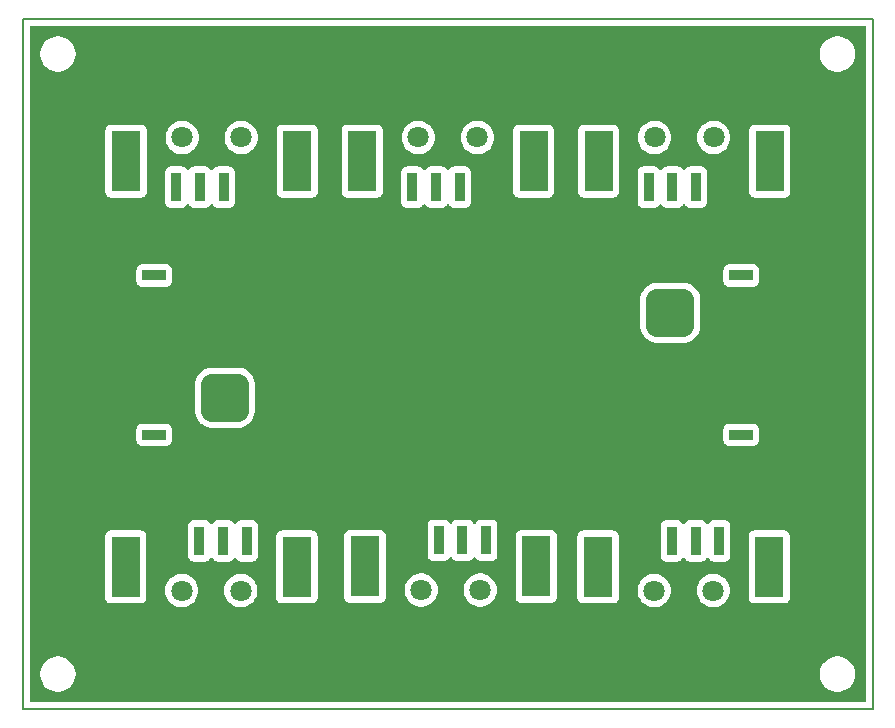
<source format=gbr>
%TF.GenerationSoftware,KiCad,Pcbnew,8.0.6*%
%TF.CreationDate,2025-05-08T15:46:12-04:00*%
%TF.ProjectId,5VConnectorBoard,3556436f-6e6e-4656-9374-6f72426f6172,rev?*%
%TF.SameCoordinates,Original*%
%TF.FileFunction,Copper,L1,Top*%
%TF.FilePolarity,Positive*%
%FSLAX46Y46*%
G04 Gerber Fmt 4.6, Leading zero omitted, Abs format (unit mm)*
G04 Created by KiCad (PCBNEW 8.0.6) date 2025-05-08 15:46:12*
%MOMM*%
%LPD*%
G01*
G04 APERTURE LIST*
G04 Aperture macros list*
%AMRoundRect*
0 Rectangle with rounded corners*
0 $1 Rounding radius*
0 $2 $3 $4 $5 $6 $7 $8 $9 X,Y pos of 4 corners*
0 Add a 4 corners polygon primitive as box body*
4,1,4,$2,$3,$4,$5,$6,$7,$8,$9,$2,$3,0*
0 Add four circle primitives for the rounded corners*
1,1,$1+$1,$2,$3*
1,1,$1+$1,$4,$5*
1,1,$1+$1,$6,$7*
1,1,$1+$1,$8,$9*
0 Add four rect primitives between the rounded corners*
20,1,$1+$1,$2,$3,$4,$5,0*
20,1,$1+$1,$4,$5,$6,$7,0*
20,1,$1+$1,$6,$7,$8,$9,0*
20,1,$1+$1,$8,$9,$2,$3,0*%
G04 Aperture macros list end*
%TA.AperFunction,NonConductor*%
%ADD10C,0.200000*%
%TD*%
%TA.AperFunction,ComponentPad*%
%ADD11R,2.000000X0.900000*%
%TD*%
%TA.AperFunction,ComponentPad*%
%ADD12RoundRect,1.025000X-1.025000X1.025000X-1.025000X-1.025000X1.025000X-1.025000X1.025000X1.025000X0*%
%TD*%
%TA.AperFunction,ComponentPad*%
%ADD13C,4.100000*%
%TD*%
%TA.AperFunction,SMDPad,CuDef*%
%ADD14R,0.889000X2.489200*%
%TD*%
%TA.AperFunction,ComponentPad*%
%ADD15C,1.803400*%
%TD*%
%TA.AperFunction,SMDPad,CuDef*%
%ADD16R,2.489200X5.156200*%
%TD*%
%TA.AperFunction,ComponentPad*%
%ADD17RoundRect,1.025000X1.025000X-1.025000X1.025000X1.025000X-1.025000X1.025000X-1.025000X-1.025000X0*%
%TD*%
%TA.AperFunction,ViaPad*%
%ADD18C,0.800000*%
%TD*%
G04 APERTURE END LIST*
D10*
X98000000Y-63000000D02*
X170000000Y-63000000D01*
X170000000Y-121500000D01*
X98000000Y-121500000D01*
X98000000Y-63000000D01*
D11*
%TO.P,J2,*%
%TO.N,*%
X158850000Y-84750000D03*
X158850000Y-98250000D03*
D12*
%TO.P,J2,1,+*%
%TO.N,GND*%
X152850000Y-87900000D03*
D13*
%TO.P,J2,2,-*%
%TO.N,VCC*%
X152850000Y-95100000D03*
%TD*%
D14*
%TO.P,U5,1,1*%
%TO.N,VCC*%
X131250003Y-107186407D03*
%TO.P,U5,2,2*%
%TO.N,unconnected-(U5-Pad2)*%
X133250002Y-107186407D03*
%TO.P,U5,3,3*%
%TO.N,unconnected-(U5-Pad3)*%
X135250003Y-107186407D03*
%TO.P,U5,4,4*%
%TO.N,GND*%
X137250001Y-107186407D03*
D15*
%TO.P,U5,5*%
%TO.N,N/C*%
X131750002Y-111386406D03*
%TO.P,U5,6*%
X136750002Y-111386406D03*
D16*
%TO.P,U5,7*%
X127000004Y-109379799D03*
%TO.P,U5,8*%
X141500000Y-109379799D03*
%TD*%
D14*
%TO.P,U1,1,1*%
%TO.N,VCC*%
X117017399Y-77270101D03*
%TO.P,U1,2,2*%
%TO.N,unconnected-(U1-Pad2)*%
X115017400Y-77270101D03*
%TO.P,U1,3,3*%
%TO.N,unconnected-(U1-Pad3)*%
X113017399Y-77270101D03*
%TO.P,U1,4,4*%
%TO.N,GND*%
X111017401Y-77270101D03*
D15*
%TO.P,U1,5*%
%TO.N,N/C*%
X116517400Y-73070102D03*
%TO.P,U1,6*%
X111517400Y-73070102D03*
D16*
%TO.P,U1,7*%
X121267398Y-75076709D03*
%TO.P,U1,8*%
X106767402Y-75076709D03*
%TD*%
D14*
%TO.P,U3,1,1*%
%TO.N,VCC*%
X157017399Y-77270101D03*
%TO.P,U3,2,2*%
%TO.N,unconnected-(U3-Pad2)*%
X155017400Y-77270101D03*
%TO.P,U3,3,3*%
%TO.N,unconnected-(U3-Pad3)*%
X153017399Y-77270101D03*
%TO.P,U3,4,4*%
%TO.N,GND*%
X151017401Y-77270101D03*
D15*
%TO.P,U3,5*%
%TO.N,N/C*%
X156517400Y-73070102D03*
%TO.P,U3,6*%
X151517400Y-73070102D03*
D16*
%TO.P,U3,7*%
X161267398Y-75076709D03*
%TO.P,U3,8*%
X146767402Y-75076709D03*
%TD*%
D14*
%TO.P,U6,1,1*%
%TO.N,VCC*%
X150982601Y-107229900D03*
%TO.P,U6,2,2*%
%TO.N,unconnected-(U6-Pad2)*%
X152982600Y-107229900D03*
%TO.P,U6,3,3*%
%TO.N,unconnected-(U6-Pad3)*%
X154982601Y-107229900D03*
%TO.P,U6,4,4*%
%TO.N,GND*%
X156982599Y-107229900D03*
D15*
%TO.P,U6,5*%
%TO.N,N/C*%
X151482600Y-111429899D03*
%TO.P,U6,6*%
X156482600Y-111429899D03*
D16*
%TO.P,U6,7*%
X146732602Y-109423292D03*
%TO.P,U6,8*%
X161232598Y-109423292D03*
%TD*%
D11*
%TO.P,J1,*%
%TO.N,*%
X109150000Y-98250000D03*
X109150000Y-84750000D03*
D17*
%TO.P,J1,1,+*%
%TO.N,GND*%
X115150000Y-95100000D03*
D13*
%TO.P,J1,2,-*%
%TO.N,VCC*%
X115150000Y-87900000D03*
%TD*%
D14*
%TO.P,U4,1,1*%
%TO.N,VCC*%
X110982601Y-107229900D03*
%TO.P,U4,2,2*%
%TO.N,unconnected-(U4-Pad2)*%
X112982600Y-107229900D03*
%TO.P,U4,3,3*%
%TO.N,unconnected-(U4-Pad3)*%
X114982601Y-107229900D03*
%TO.P,U4,4,4*%
%TO.N,GND*%
X116982599Y-107229900D03*
D15*
%TO.P,U4,5*%
%TO.N,N/C*%
X111482600Y-111429899D03*
%TO.P,U4,6*%
X116482600Y-111429899D03*
D16*
%TO.P,U4,7*%
X106732602Y-109423292D03*
%TO.P,U4,8*%
X121232598Y-109423292D03*
%TD*%
D14*
%TO.P,U2,1,1*%
%TO.N,VCC*%
X137017399Y-77270101D03*
%TO.P,U2,2,2*%
%TO.N,unconnected-(U2-Pad2)*%
X135017400Y-77270101D03*
%TO.P,U2,3,3*%
%TO.N,unconnected-(U2-Pad3)*%
X133017399Y-77270101D03*
%TO.P,U2,4,4*%
%TO.N,GND*%
X131017401Y-77270101D03*
D15*
%TO.P,U2,5*%
%TO.N,N/C*%
X136517400Y-73070102D03*
%TO.P,U2,6*%
X131517400Y-73070102D03*
D16*
%TO.P,U2,7*%
X141267398Y-75076709D03*
%TO.P,U2,8*%
X126767402Y-75076709D03*
%TD*%
D18*
%TO.N,GND*%
X151017401Y-77270101D03*
X137250001Y-107186407D03*
X116982599Y-107229900D03*
X111017401Y-77270101D03*
X156982599Y-107229900D03*
X131017401Y-77270101D03*
%TD*%
%TA.AperFunction,Conductor*%
%TO.N,VCC*%
G36*
X169342539Y-63620185D02*
G01*
X169388294Y-63672989D01*
X169399500Y-63724500D01*
X169399500Y-120775500D01*
X169379815Y-120842539D01*
X169327011Y-120888294D01*
X169275500Y-120899500D01*
X98724500Y-120899500D01*
X98657461Y-120879815D01*
X98611706Y-120827011D01*
X98600500Y-120775500D01*
X98600500Y-118381902D01*
X99499500Y-118381902D01*
X99499500Y-118618097D01*
X99536446Y-118851368D01*
X99609433Y-119075996D01*
X99716657Y-119286433D01*
X99855483Y-119477510D01*
X100022490Y-119644517D01*
X100213567Y-119783343D01*
X100312991Y-119834002D01*
X100424003Y-119890566D01*
X100424005Y-119890566D01*
X100424008Y-119890568D01*
X100544412Y-119929689D01*
X100648631Y-119963553D01*
X100881903Y-120000500D01*
X100881908Y-120000500D01*
X101118097Y-120000500D01*
X101351368Y-119963553D01*
X101575992Y-119890568D01*
X101786433Y-119783343D01*
X101977510Y-119644517D01*
X102144517Y-119477510D01*
X102283343Y-119286433D01*
X102390568Y-119075992D01*
X102463553Y-118851368D01*
X102500500Y-118618097D01*
X102500500Y-118381902D01*
X165499500Y-118381902D01*
X165499500Y-118618097D01*
X165536446Y-118851368D01*
X165609433Y-119075996D01*
X165716657Y-119286433D01*
X165855483Y-119477510D01*
X166022490Y-119644517D01*
X166213567Y-119783343D01*
X166312991Y-119834002D01*
X166424003Y-119890566D01*
X166424005Y-119890566D01*
X166424008Y-119890568D01*
X166544412Y-119929689D01*
X166648631Y-119963553D01*
X166881903Y-120000500D01*
X166881908Y-120000500D01*
X167118097Y-120000500D01*
X167351368Y-119963553D01*
X167575992Y-119890568D01*
X167786433Y-119783343D01*
X167977510Y-119644517D01*
X168144517Y-119477510D01*
X168283343Y-119286433D01*
X168390568Y-119075992D01*
X168463553Y-118851368D01*
X168500500Y-118618097D01*
X168500500Y-118381902D01*
X168463553Y-118148631D01*
X168390566Y-117924003D01*
X168283342Y-117713566D01*
X168144517Y-117522490D01*
X167977510Y-117355483D01*
X167786433Y-117216657D01*
X167575996Y-117109433D01*
X167351368Y-117036446D01*
X167118097Y-116999500D01*
X167118092Y-116999500D01*
X166881908Y-116999500D01*
X166881903Y-116999500D01*
X166648631Y-117036446D01*
X166424003Y-117109433D01*
X166213566Y-117216657D01*
X166104550Y-117295862D01*
X166022490Y-117355483D01*
X166022488Y-117355485D01*
X166022487Y-117355485D01*
X165855485Y-117522487D01*
X165855485Y-117522488D01*
X165855483Y-117522490D01*
X165795862Y-117604550D01*
X165716657Y-117713566D01*
X165609433Y-117924003D01*
X165536446Y-118148631D01*
X165499500Y-118381902D01*
X102500500Y-118381902D01*
X102463553Y-118148631D01*
X102390566Y-117924003D01*
X102283342Y-117713566D01*
X102144517Y-117522490D01*
X101977510Y-117355483D01*
X101786433Y-117216657D01*
X101575996Y-117109433D01*
X101351368Y-117036446D01*
X101118097Y-116999500D01*
X101118092Y-116999500D01*
X100881908Y-116999500D01*
X100881903Y-116999500D01*
X100648631Y-117036446D01*
X100424003Y-117109433D01*
X100213566Y-117216657D01*
X100104550Y-117295862D01*
X100022490Y-117355483D01*
X100022488Y-117355485D01*
X100022487Y-117355485D01*
X99855485Y-117522487D01*
X99855485Y-117522488D01*
X99855483Y-117522490D01*
X99795862Y-117604550D01*
X99716657Y-117713566D01*
X99609433Y-117924003D01*
X99536446Y-118148631D01*
X99499500Y-118381902D01*
X98600500Y-118381902D01*
X98600500Y-106797327D01*
X104987502Y-106797327D01*
X104987502Y-112049262D01*
X104987503Y-112049268D01*
X104993910Y-112108875D01*
X105044204Y-112243720D01*
X105044208Y-112243727D01*
X105130454Y-112358936D01*
X105130457Y-112358939D01*
X105245666Y-112445185D01*
X105245673Y-112445189D01*
X105380519Y-112495483D01*
X105380518Y-112495483D01*
X105387446Y-112496227D01*
X105440129Y-112501892D01*
X108025074Y-112501891D01*
X108084685Y-112495483D01*
X108219533Y-112445188D01*
X108334748Y-112358938D01*
X108420998Y-112243723D01*
X108471293Y-112108875D01*
X108477702Y-112049265D01*
X108477702Y-111429893D01*
X110075594Y-111429893D01*
X110075594Y-111429904D01*
X110094783Y-111661481D01*
X110151829Y-111886753D01*
X110245175Y-112099561D01*
X110343857Y-112250604D01*
X110372275Y-112294100D01*
X110529661Y-112465067D01*
X110529664Y-112465069D01*
X110529667Y-112465072D01*
X110713032Y-112607791D01*
X110713038Y-112607795D01*
X110713041Y-112607797D01*
X110917412Y-112718398D01*
X111137200Y-112793851D01*
X111366410Y-112832099D01*
X111598790Y-112832099D01*
X111828000Y-112793851D01*
X112047788Y-112718398D01*
X112252159Y-112607797D01*
X112435539Y-112465067D01*
X112592925Y-112294100D01*
X112720025Y-112099560D01*
X112813371Y-111886753D01*
X112870416Y-111661485D01*
X112889606Y-111429899D01*
X112889606Y-111429893D01*
X115075594Y-111429893D01*
X115075594Y-111429904D01*
X115094783Y-111661481D01*
X115151829Y-111886753D01*
X115245175Y-112099561D01*
X115343857Y-112250604D01*
X115372275Y-112294100D01*
X115529661Y-112465067D01*
X115529664Y-112465069D01*
X115529667Y-112465072D01*
X115713032Y-112607791D01*
X115713038Y-112607795D01*
X115713041Y-112607797D01*
X115917412Y-112718398D01*
X116137200Y-112793851D01*
X116366410Y-112832099D01*
X116598790Y-112832099D01*
X116828000Y-112793851D01*
X117047788Y-112718398D01*
X117252159Y-112607797D01*
X117435539Y-112465067D01*
X117592925Y-112294100D01*
X117720025Y-112099560D01*
X117813371Y-111886753D01*
X117870416Y-111661485D01*
X117889606Y-111429899D01*
X117886002Y-111386411D01*
X117870416Y-111198316D01*
X117870416Y-111198313D01*
X117813371Y-110973045D01*
X117720025Y-110760238D01*
X117691609Y-110716745D01*
X117592926Y-110565700D01*
X117592925Y-110565698D01*
X117435539Y-110394731D01*
X117435534Y-110394727D01*
X117435532Y-110394725D01*
X117252167Y-110252006D01*
X117252161Y-110252002D01*
X117047788Y-110141400D01*
X117047780Y-110141397D01*
X116828002Y-110065947D01*
X116598790Y-110027699D01*
X116366410Y-110027699D01*
X116137197Y-110065947D01*
X115917419Y-110141397D01*
X115917411Y-110141400D01*
X115713038Y-110252002D01*
X115713032Y-110252006D01*
X115529667Y-110394725D01*
X115529664Y-110394728D01*
X115372276Y-110565696D01*
X115372273Y-110565700D01*
X115245175Y-110760236D01*
X115151829Y-110973044D01*
X115094783Y-111198316D01*
X115075594Y-111429893D01*
X112889606Y-111429893D01*
X112886002Y-111386411D01*
X112870416Y-111198316D01*
X112870416Y-111198313D01*
X112813371Y-110973045D01*
X112720025Y-110760238D01*
X112691609Y-110716745D01*
X112592926Y-110565700D01*
X112592925Y-110565698D01*
X112435539Y-110394731D01*
X112435534Y-110394727D01*
X112435532Y-110394725D01*
X112252167Y-110252006D01*
X112252161Y-110252002D01*
X112047788Y-110141400D01*
X112047780Y-110141397D01*
X111828002Y-110065947D01*
X111598790Y-110027699D01*
X111366410Y-110027699D01*
X111137197Y-110065947D01*
X110917419Y-110141397D01*
X110917411Y-110141400D01*
X110713038Y-110252002D01*
X110713032Y-110252006D01*
X110529667Y-110394725D01*
X110529664Y-110394728D01*
X110372276Y-110565696D01*
X110372273Y-110565700D01*
X110245175Y-110760236D01*
X110151829Y-110973044D01*
X110094783Y-111198316D01*
X110075594Y-111429893D01*
X108477702Y-111429893D01*
X108477701Y-106797320D01*
X108471293Y-106737709D01*
X108455071Y-106694216D01*
X108420999Y-106602863D01*
X108420995Y-106602856D01*
X108334749Y-106487647D01*
X108334746Y-106487644D01*
X108219537Y-106401398D01*
X108219530Y-106401394D01*
X108084684Y-106351100D01*
X108084685Y-106351100D01*
X108025085Y-106344693D01*
X108025083Y-106344692D01*
X108025075Y-106344692D01*
X108025066Y-106344692D01*
X105440131Y-106344692D01*
X105440125Y-106344693D01*
X105380518Y-106351100D01*
X105245673Y-106401394D01*
X105245666Y-106401398D01*
X105130457Y-106487644D01*
X105130454Y-106487647D01*
X105044208Y-106602856D01*
X105044204Y-106602863D01*
X104993910Y-106737709D01*
X104992177Y-106753834D01*
X104987503Y-106797315D01*
X104987502Y-106797327D01*
X98600500Y-106797327D01*
X98600500Y-105937435D01*
X112037600Y-105937435D01*
X112037600Y-108522370D01*
X112037601Y-108522376D01*
X112044008Y-108581983D01*
X112094302Y-108716828D01*
X112094306Y-108716835D01*
X112180552Y-108832044D01*
X112180555Y-108832047D01*
X112295764Y-108918293D01*
X112295771Y-108918297D01*
X112430617Y-108968591D01*
X112430616Y-108968591D01*
X112437544Y-108969335D01*
X112490227Y-108975000D01*
X113474972Y-108974999D01*
X113534583Y-108968591D01*
X113669431Y-108918296D01*
X113784646Y-108832046D01*
X113870896Y-108716831D01*
X113870896Y-108716828D01*
X113873766Y-108711575D01*
X113923170Y-108662168D01*
X113991442Y-108647314D01*
X114056907Y-108671728D01*
X114091431Y-108711568D01*
X114094307Y-108716835D01*
X114180553Y-108832044D01*
X114180556Y-108832047D01*
X114295765Y-108918293D01*
X114295772Y-108918297D01*
X114430618Y-108968591D01*
X114430617Y-108968591D01*
X114437545Y-108969335D01*
X114490228Y-108975000D01*
X115474973Y-108974999D01*
X115534584Y-108968591D01*
X115669432Y-108918296D01*
X115784647Y-108832046D01*
X115827772Y-108774438D01*
X115870896Y-108716833D01*
X115873768Y-108711574D01*
X115923174Y-108662169D01*
X115991447Y-108647317D01*
X116056911Y-108671734D01*
X116091432Y-108711574D01*
X116094303Y-108716833D01*
X116180551Y-108832044D01*
X116180554Y-108832047D01*
X116295763Y-108918293D01*
X116295770Y-108918297D01*
X116430616Y-108968591D01*
X116430615Y-108968591D01*
X116437543Y-108969335D01*
X116490226Y-108975000D01*
X117474971Y-108974999D01*
X117534582Y-108968591D01*
X117669430Y-108918296D01*
X117784645Y-108832046D01*
X117870895Y-108716831D01*
X117921190Y-108581983D01*
X117927599Y-108522373D01*
X117927598Y-106797327D01*
X119487498Y-106797327D01*
X119487498Y-112049262D01*
X119487499Y-112049268D01*
X119493906Y-112108875D01*
X119544200Y-112243720D01*
X119544204Y-112243727D01*
X119630450Y-112358936D01*
X119630453Y-112358939D01*
X119745662Y-112445185D01*
X119745669Y-112445189D01*
X119880515Y-112495483D01*
X119880514Y-112495483D01*
X119887442Y-112496227D01*
X119940125Y-112501892D01*
X122525070Y-112501891D01*
X122584681Y-112495483D01*
X122719529Y-112445188D01*
X122834744Y-112358938D01*
X122920994Y-112243723D01*
X122971289Y-112108875D01*
X122977698Y-112049265D01*
X122977697Y-106797320D01*
X122973022Y-106753834D01*
X125254904Y-106753834D01*
X125254904Y-112005769D01*
X125254905Y-112005775D01*
X125261312Y-112065382D01*
X125311606Y-112200227D01*
X125311610Y-112200234D01*
X125397856Y-112315443D01*
X125397859Y-112315446D01*
X125513068Y-112401692D01*
X125513075Y-112401696D01*
X125647921Y-112451990D01*
X125647920Y-112451990D01*
X125654848Y-112452734D01*
X125707531Y-112458399D01*
X128292476Y-112458398D01*
X128352087Y-112451990D01*
X128486935Y-112401695D01*
X128602150Y-112315445D01*
X128688400Y-112200230D01*
X128738695Y-112065382D01*
X128745104Y-112005772D01*
X128745104Y-111386400D01*
X130342996Y-111386400D01*
X130342996Y-111386411D01*
X130362185Y-111617988D01*
X130419231Y-111843260D01*
X130512577Y-112056068D01*
X130635177Y-112243720D01*
X130639677Y-112250607D01*
X130797063Y-112421574D01*
X130797066Y-112421576D01*
X130797069Y-112421579D01*
X130980434Y-112564298D01*
X130980440Y-112564302D01*
X130980443Y-112564304D01*
X131184814Y-112674905D01*
X131404602Y-112750358D01*
X131633812Y-112788606D01*
X131866192Y-112788606D01*
X132095402Y-112750358D01*
X132315190Y-112674905D01*
X132519561Y-112564304D01*
X132702941Y-112421574D01*
X132860327Y-112250607D01*
X132987427Y-112056067D01*
X133080773Y-111843260D01*
X133137818Y-111617992D01*
X133157008Y-111386406D01*
X133157008Y-111386400D01*
X135342996Y-111386400D01*
X135342996Y-111386411D01*
X135362185Y-111617988D01*
X135419231Y-111843260D01*
X135512577Y-112056068D01*
X135635177Y-112243720D01*
X135639677Y-112250607D01*
X135797063Y-112421574D01*
X135797066Y-112421576D01*
X135797069Y-112421579D01*
X135980434Y-112564298D01*
X135980440Y-112564302D01*
X135980443Y-112564304D01*
X136184814Y-112674905D01*
X136404602Y-112750358D01*
X136633812Y-112788606D01*
X136866192Y-112788606D01*
X137095402Y-112750358D01*
X137315190Y-112674905D01*
X137519561Y-112564304D01*
X137702941Y-112421574D01*
X137860327Y-112250607D01*
X137987427Y-112056067D01*
X138080773Y-111843260D01*
X138137818Y-111617992D01*
X138157008Y-111386406D01*
X138137818Y-111154820D01*
X138080773Y-110929552D01*
X137987427Y-110716745D01*
X137860327Y-110522205D01*
X137702941Y-110351238D01*
X137702936Y-110351234D01*
X137702934Y-110351232D01*
X137519569Y-110208513D01*
X137519563Y-110208509D01*
X137315190Y-110097907D01*
X137315182Y-110097904D01*
X137095404Y-110022454D01*
X136866192Y-109984206D01*
X136633812Y-109984206D01*
X136404599Y-110022454D01*
X136184821Y-110097904D01*
X136184813Y-110097907D01*
X135980440Y-110208509D01*
X135980434Y-110208513D01*
X135797069Y-110351232D01*
X135797066Y-110351235D01*
X135639678Y-110522203D01*
X135639675Y-110522207D01*
X135512577Y-110716743D01*
X135419231Y-110929551D01*
X135362185Y-111154823D01*
X135342996Y-111386400D01*
X133157008Y-111386400D01*
X133137818Y-111154820D01*
X133080773Y-110929552D01*
X132987427Y-110716745D01*
X132860327Y-110522205D01*
X132702941Y-110351238D01*
X132702936Y-110351234D01*
X132702934Y-110351232D01*
X132519569Y-110208513D01*
X132519563Y-110208509D01*
X132315190Y-110097907D01*
X132315182Y-110097904D01*
X132095404Y-110022454D01*
X131866192Y-109984206D01*
X131633812Y-109984206D01*
X131404599Y-110022454D01*
X131184821Y-110097904D01*
X131184813Y-110097907D01*
X130980440Y-110208509D01*
X130980434Y-110208513D01*
X130797069Y-110351232D01*
X130797066Y-110351235D01*
X130639678Y-110522203D01*
X130639675Y-110522207D01*
X130512577Y-110716743D01*
X130419231Y-110929551D01*
X130362185Y-111154823D01*
X130342996Y-111386400D01*
X128745104Y-111386400D01*
X128745103Y-106753827D01*
X128738695Y-106694216D01*
X128688400Y-106559368D01*
X128688399Y-106559367D01*
X128688397Y-106559363D01*
X128602151Y-106444154D01*
X128602148Y-106444151D01*
X128486939Y-106357905D01*
X128486932Y-106357901D01*
X128352086Y-106307607D01*
X128352087Y-106307607D01*
X128292487Y-106301200D01*
X128292485Y-106301199D01*
X128292477Y-106301199D01*
X128292468Y-106301199D01*
X125707533Y-106301199D01*
X125707527Y-106301200D01*
X125647920Y-106307607D01*
X125513075Y-106357901D01*
X125513068Y-106357905D01*
X125397859Y-106444151D01*
X125397856Y-106444154D01*
X125311610Y-106559363D01*
X125311606Y-106559370D01*
X125261312Y-106694216D01*
X125254905Y-106753815D01*
X125254905Y-106753822D01*
X125254904Y-106753834D01*
X122973022Y-106753834D01*
X122971289Y-106737709D01*
X122955067Y-106694216D01*
X122920995Y-106602863D01*
X122920991Y-106602856D01*
X122834745Y-106487647D01*
X122834742Y-106487644D01*
X122719533Y-106401398D01*
X122719526Y-106401394D01*
X122584680Y-106351100D01*
X122584681Y-106351100D01*
X122525081Y-106344693D01*
X122525079Y-106344692D01*
X122525071Y-106344692D01*
X122525062Y-106344692D01*
X119940127Y-106344692D01*
X119940121Y-106344693D01*
X119880514Y-106351100D01*
X119745669Y-106401394D01*
X119745662Y-106401398D01*
X119630453Y-106487644D01*
X119630450Y-106487647D01*
X119544204Y-106602856D01*
X119544200Y-106602863D01*
X119493906Y-106737709D01*
X119492173Y-106753834D01*
X119487499Y-106797315D01*
X119487498Y-106797327D01*
X117927598Y-106797327D01*
X117927598Y-105937428D01*
X117922923Y-105893942D01*
X132305002Y-105893942D01*
X132305002Y-108478877D01*
X132305003Y-108478883D01*
X132311410Y-108538490D01*
X132361704Y-108673335D01*
X132361708Y-108673342D01*
X132447954Y-108788551D01*
X132447957Y-108788554D01*
X132563166Y-108874800D01*
X132563173Y-108874804D01*
X132698019Y-108925098D01*
X132698018Y-108925098D01*
X132704946Y-108925842D01*
X132757629Y-108931507D01*
X133742374Y-108931506D01*
X133801985Y-108925098D01*
X133936833Y-108874803D01*
X134052048Y-108788553D01*
X134138298Y-108673338D01*
X134138298Y-108673335D01*
X134141168Y-108668082D01*
X134190572Y-108618675D01*
X134258844Y-108603821D01*
X134324309Y-108628235D01*
X134358833Y-108668075D01*
X134361709Y-108673342D01*
X134447955Y-108788551D01*
X134447958Y-108788554D01*
X134563167Y-108874800D01*
X134563174Y-108874804D01*
X134698020Y-108925098D01*
X134698019Y-108925098D01*
X134704947Y-108925842D01*
X134757630Y-108931507D01*
X135742375Y-108931506D01*
X135801986Y-108925098D01*
X135936834Y-108874803D01*
X136052049Y-108788553D01*
X136109680Y-108711568D01*
X136138298Y-108673340D01*
X136141170Y-108668081D01*
X136190576Y-108618676D01*
X136258849Y-108603824D01*
X136324313Y-108628241D01*
X136358834Y-108668081D01*
X136361705Y-108673340D01*
X136447953Y-108788551D01*
X136447956Y-108788554D01*
X136563165Y-108874800D01*
X136563172Y-108874804D01*
X136698018Y-108925098D01*
X136698017Y-108925098D01*
X136704945Y-108925842D01*
X136757628Y-108931507D01*
X137742373Y-108931506D01*
X137801984Y-108925098D01*
X137936832Y-108874803D01*
X138052047Y-108788553D01*
X138138297Y-108673338D01*
X138188592Y-108538490D01*
X138195001Y-108478880D01*
X138195000Y-106753834D01*
X139754900Y-106753834D01*
X139754900Y-112005769D01*
X139754901Y-112005775D01*
X139761308Y-112065382D01*
X139811602Y-112200227D01*
X139811606Y-112200234D01*
X139897852Y-112315443D01*
X139897855Y-112315446D01*
X140013064Y-112401692D01*
X140013071Y-112401696D01*
X140147917Y-112451990D01*
X140147916Y-112451990D01*
X140154844Y-112452734D01*
X140207527Y-112458399D01*
X142792472Y-112458398D01*
X142852083Y-112451990D01*
X142986931Y-112401695D01*
X143102146Y-112315445D01*
X143188396Y-112200230D01*
X143238691Y-112065382D01*
X143245100Y-112005772D01*
X143245099Y-106797327D01*
X144987502Y-106797327D01*
X144987502Y-112049262D01*
X144987503Y-112049268D01*
X144993910Y-112108875D01*
X145044204Y-112243720D01*
X145044208Y-112243727D01*
X145130454Y-112358936D01*
X145130457Y-112358939D01*
X145245666Y-112445185D01*
X145245673Y-112445189D01*
X145380519Y-112495483D01*
X145380518Y-112495483D01*
X145387446Y-112496227D01*
X145440129Y-112501892D01*
X148025074Y-112501891D01*
X148084685Y-112495483D01*
X148219533Y-112445188D01*
X148334748Y-112358938D01*
X148420998Y-112243723D01*
X148471293Y-112108875D01*
X148477702Y-112049265D01*
X148477702Y-111429893D01*
X150075594Y-111429893D01*
X150075594Y-111429904D01*
X150094783Y-111661481D01*
X150151829Y-111886753D01*
X150245175Y-112099561D01*
X150343857Y-112250604D01*
X150372275Y-112294100D01*
X150529661Y-112465067D01*
X150529664Y-112465069D01*
X150529667Y-112465072D01*
X150713032Y-112607791D01*
X150713038Y-112607795D01*
X150713041Y-112607797D01*
X150917412Y-112718398D01*
X151137200Y-112793851D01*
X151366410Y-112832099D01*
X151598790Y-112832099D01*
X151828000Y-112793851D01*
X152047788Y-112718398D01*
X152252159Y-112607797D01*
X152435539Y-112465067D01*
X152592925Y-112294100D01*
X152720025Y-112099560D01*
X152813371Y-111886753D01*
X152870416Y-111661485D01*
X152889606Y-111429899D01*
X152889606Y-111429893D01*
X155075594Y-111429893D01*
X155075594Y-111429904D01*
X155094783Y-111661481D01*
X155151829Y-111886753D01*
X155245175Y-112099561D01*
X155343857Y-112250604D01*
X155372275Y-112294100D01*
X155529661Y-112465067D01*
X155529664Y-112465069D01*
X155529667Y-112465072D01*
X155713032Y-112607791D01*
X155713038Y-112607795D01*
X155713041Y-112607797D01*
X155917412Y-112718398D01*
X156137200Y-112793851D01*
X156366410Y-112832099D01*
X156598790Y-112832099D01*
X156828000Y-112793851D01*
X157047788Y-112718398D01*
X157252159Y-112607797D01*
X157435539Y-112465067D01*
X157592925Y-112294100D01*
X157720025Y-112099560D01*
X157813371Y-111886753D01*
X157870416Y-111661485D01*
X157889606Y-111429899D01*
X157886002Y-111386411D01*
X157870416Y-111198316D01*
X157870416Y-111198313D01*
X157813371Y-110973045D01*
X157720025Y-110760238D01*
X157691609Y-110716745D01*
X157592926Y-110565700D01*
X157592925Y-110565698D01*
X157435539Y-110394731D01*
X157435534Y-110394727D01*
X157435532Y-110394725D01*
X157252167Y-110252006D01*
X157252161Y-110252002D01*
X157047788Y-110141400D01*
X157047780Y-110141397D01*
X156828002Y-110065947D01*
X156598790Y-110027699D01*
X156366410Y-110027699D01*
X156137197Y-110065947D01*
X155917419Y-110141397D01*
X155917411Y-110141400D01*
X155713038Y-110252002D01*
X155713032Y-110252006D01*
X155529667Y-110394725D01*
X155529664Y-110394728D01*
X155372276Y-110565696D01*
X155372273Y-110565700D01*
X155245175Y-110760236D01*
X155151829Y-110973044D01*
X155094783Y-111198316D01*
X155075594Y-111429893D01*
X152889606Y-111429893D01*
X152886002Y-111386411D01*
X152870416Y-111198316D01*
X152870416Y-111198313D01*
X152813371Y-110973045D01*
X152720025Y-110760238D01*
X152691609Y-110716745D01*
X152592926Y-110565700D01*
X152592925Y-110565698D01*
X152435539Y-110394731D01*
X152435534Y-110394727D01*
X152435532Y-110394725D01*
X152252167Y-110252006D01*
X152252161Y-110252002D01*
X152047788Y-110141400D01*
X152047780Y-110141397D01*
X151828002Y-110065947D01*
X151598790Y-110027699D01*
X151366410Y-110027699D01*
X151137197Y-110065947D01*
X150917419Y-110141397D01*
X150917411Y-110141400D01*
X150713038Y-110252002D01*
X150713032Y-110252006D01*
X150529667Y-110394725D01*
X150529664Y-110394728D01*
X150372276Y-110565696D01*
X150372273Y-110565700D01*
X150245175Y-110760236D01*
X150151829Y-110973044D01*
X150094783Y-111198316D01*
X150075594Y-111429893D01*
X148477702Y-111429893D01*
X148477701Y-106797320D01*
X148471293Y-106737709D01*
X148455071Y-106694216D01*
X148420999Y-106602863D01*
X148420995Y-106602856D01*
X148334749Y-106487647D01*
X148334746Y-106487644D01*
X148219537Y-106401398D01*
X148219530Y-106401394D01*
X148084684Y-106351100D01*
X148084685Y-106351100D01*
X148025085Y-106344693D01*
X148025083Y-106344692D01*
X148025075Y-106344692D01*
X148025066Y-106344692D01*
X145440131Y-106344692D01*
X145440125Y-106344693D01*
X145380518Y-106351100D01*
X145245673Y-106401394D01*
X145245666Y-106401398D01*
X145130457Y-106487644D01*
X145130454Y-106487647D01*
X145044208Y-106602856D01*
X145044204Y-106602863D01*
X144993910Y-106737709D01*
X144992177Y-106753834D01*
X144987503Y-106797315D01*
X144987502Y-106797327D01*
X143245099Y-106797327D01*
X143245099Y-106753827D01*
X143238691Y-106694216D01*
X143188396Y-106559368D01*
X143188395Y-106559367D01*
X143188393Y-106559363D01*
X143102147Y-106444154D01*
X143102144Y-106444151D01*
X142986935Y-106357905D01*
X142986928Y-106357901D01*
X142852082Y-106307607D01*
X142852083Y-106307607D01*
X142792483Y-106301200D01*
X142792481Y-106301199D01*
X142792473Y-106301199D01*
X142792464Y-106301199D01*
X140207529Y-106301199D01*
X140207523Y-106301200D01*
X140147916Y-106307607D01*
X140013071Y-106357901D01*
X140013064Y-106357905D01*
X139897855Y-106444151D01*
X139897852Y-106444154D01*
X139811606Y-106559363D01*
X139811602Y-106559370D01*
X139761308Y-106694216D01*
X139754901Y-106753815D01*
X139754901Y-106753822D01*
X139754900Y-106753834D01*
X138195000Y-106753834D01*
X138195000Y-105937435D01*
X152037600Y-105937435D01*
X152037600Y-108522370D01*
X152037601Y-108522376D01*
X152044008Y-108581983D01*
X152094302Y-108716828D01*
X152094306Y-108716835D01*
X152180552Y-108832044D01*
X152180555Y-108832047D01*
X152295764Y-108918293D01*
X152295771Y-108918297D01*
X152430617Y-108968591D01*
X152430616Y-108968591D01*
X152437544Y-108969335D01*
X152490227Y-108975000D01*
X153474972Y-108974999D01*
X153534583Y-108968591D01*
X153669431Y-108918296D01*
X153784646Y-108832046D01*
X153870896Y-108716831D01*
X153870896Y-108716828D01*
X153873766Y-108711575D01*
X153923170Y-108662168D01*
X153991442Y-108647314D01*
X154056907Y-108671728D01*
X154091431Y-108711568D01*
X154094307Y-108716835D01*
X154180553Y-108832044D01*
X154180556Y-108832047D01*
X154295765Y-108918293D01*
X154295772Y-108918297D01*
X154430618Y-108968591D01*
X154430617Y-108968591D01*
X154437545Y-108969335D01*
X154490228Y-108975000D01*
X155474973Y-108974999D01*
X155534584Y-108968591D01*
X155669432Y-108918296D01*
X155784647Y-108832046D01*
X155827772Y-108774438D01*
X155870896Y-108716833D01*
X155873768Y-108711574D01*
X155923174Y-108662169D01*
X155991447Y-108647317D01*
X156056911Y-108671734D01*
X156091432Y-108711574D01*
X156094303Y-108716833D01*
X156180551Y-108832044D01*
X156180554Y-108832047D01*
X156295763Y-108918293D01*
X156295770Y-108918297D01*
X156430616Y-108968591D01*
X156430615Y-108968591D01*
X156437543Y-108969335D01*
X156490226Y-108975000D01*
X157474971Y-108974999D01*
X157534582Y-108968591D01*
X157669430Y-108918296D01*
X157784645Y-108832046D01*
X157870895Y-108716831D01*
X157921190Y-108581983D01*
X157927599Y-108522373D01*
X157927598Y-106797327D01*
X159487498Y-106797327D01*
X159487498Y-112049262D01*
X159487499Y-112049268D01*
X159493906Y-112108875D01*
X159544200Y-112243720D01*
X159544204Y-112243727D01*
X159630450Y-112358936D01*
X159630453Y-112358939D01*
X159745662Y-112445185D01*
X159745669Y-112445189D01*
X159880515Y-112495483D01*
X159880514Y-112495483D01*
X159887442Y-112496227D01*
X159940125Y-112501892D01*
X162525070Y-112501891D01*
X162584681Y-112495483D01*
X162719529Y-112445188D01*
X162834744Y-112358938D01*
X162920994Y-112243723D01*
X162971289Y-112108875D01*
X162977698Y-112049265D01*
X162977697Y-106797320D01*
X162971289Y-106737709D01*
X162955067Y-106694216D01*
X162920995Y-106602863D01*
X162920991Y-106602856D01*
X162834745Y-106487647D01*
X162834742Y-106487644D01*
X162719533Y-106401398D01*
X162719526Y-106401394D01*
X162584680Y-106351100D01*
X162584681Y-106351100D01*
X162525081Y-106344693D01*
X162525079Y-106344692D01*
X162525071Y-106344692D01*
X162525062Y-106344692D01*
X159940127Y-106344692D01*
X159940121Y-106344693D01*
X159880514Y-106351100D01*
X159745669Y-106401394D01*
X159745662Y-106401398D01*
X159630453Y-106487644D01*
X159630450Y-106487647D01*
X159544204Y-106602856D01*
X159544200Y-106602863D01*
X159493906Y-106737709D01*
X159492173Y-106753834D01*
X159487499Y-106797315D01*
X159487498Y-106797327D01*
X157927598Y-106797327D01*
X157927598Y-105937428D01*
X157921190Y-105877817D01*
X157904968Y-105834324D01*
X157870896Y-105742971D01*
X157870892Y-105742964D01*
X157784646Y-105627755D01*
X157784643Y-105627752D01*
X157669434Y-105541506D01*
X157669427Y-105541502D01*
X157534581Y-105491208D01*
X157534582Y-105491208D01*
X157474982Y-105484801D01*
X157474980Y-105484800D01*
X157474972Y-105484800D01*
X157474963Y-105484800D01*
X156490228Y-105484800D01*
X156490222Y-105484801D01*
X156430615Y-105491208D01*
X156295770Y-105541502D01*
X156295763Y-105541506D01*
X156180554Y-105627752D01*
X156180551Y-105627755D01*
X156094303Y-105742967D01*
X156091430Y-105748229D01*
X156042023Y-105797632D01*
X155973749Y-105812482D01*
X155908286Y-105788062D01*
X155873770Y-105748229D01*
X155870896Y-105742967D01*
X155784648Y-105627755D01*
X155784645Y-105627752D01*
X155669436Y-105541506D01*
X155669429Y-105541502D01*
X155534583Y-105491208D01*
X155534584Y-105491208D01*
X155474984Y-105484801D01*
X155474982Y-105484800D01*
X155474974Y-105484800D01*
X155474965Y-105484800D01*
X154490230Y-105484800D01*
X154490224Y-105484801D01*
X154430617Y-105491208D01*
X154295772Y-105541502D01*
X154295765Y-105541506D01*
X154180556Y-105627752D01*
X154180553Y-105627755D01*
X154094304Y-105742967D01*
X154091429Y-105748234D01*
X154042021Y-105797637D01*
X153973747Y-105812485D01*
X153908284Y-105788064D01*
X153873768Y-105748228D01*
X153870894Y-105742966D01*
X153784647Y-105627755D01*
X153784644Y-105627752D01*
X153669435Y-105541506D01*
X153669428Y-105541502D01*
X153534582Y-105491208D01*
X153534583Y-105491208D01*
X153474983Y-105484801D01*
X153474981Y-105484800D01*
X153474973Y-105484800D01*
X153474964Y-105484800D01*
X152490229Y-105484800D01*
X152490223Y-105484801D01*
X152430616Y-105491208D01*
X152295771Y-105541502D01*
X152295764Y-105541506D01*
X152180555Y-105627752D01*
X152180552Y-105627755D01*
X152094306Y-105742964D01*
X152094302Y-105742971D01*
X152044008Y-105877817D01*
X152042275Y-105893942D01*
X152037601Y-105937423D01*
X152037600Y-105937435D01*
X138195000Y-105937435D01*
X138195000Y-105893935D01*
X138188592Y-105834324D01*
X138180445Y-105812482D01*
X138138298Y-105699478D01*
X138138294Y-105699471D01*
X138052048Y-105584262D01*
X138052045Y-105584259D01*
X137936836Y-105498013D01*
X137936829Y-105498009D01*
X137801983Y-105447715D01*
X137801984Y-105447715D01*
X137742384Y-105441308D01*
X137742382Y-105441307D01*
X137742374Y-105441307D01*
X137742365Y-105441307D01*
X136757630Y-105441307D01*
X136757624Y-105441308D01*
X136698017Y-105447715D01*
X136563172Y-105498009D01*
X136563165Y-105498013D01*
X136447956Y-105584259D01*
X136447953Y-105584262D01*
X136361705Y-105699474D01*
X136358832Y-105704736D01*
X136309425Y-105754139D01*
X136241151Y-105768989D01*
X136175688Y-105744569D01*
X136141172Y-105704736D01*
X136138298Y-105699474D01*
X136052050Y-105584262D01*
X136052047Y-105584259D01*
X135936838Y-105498013D01*
X135936831Y-105498009D01*
X135801985Y-105447715D01*
X135801986Y-105447715D01*
X135742386Y-105441308D01*
X135742384Y-105441307D01*
X135742376Y-105441307D01*
X135742367Y-105441307D01*
X134757632Y-105441307D01*
X134757626Y-105441308D01*
X134698019Y-105447715D01*
X134563174Y-105498009D01*
X134563167Y-105498013D01*
X134447958Y-105584259D01*
X134447955Y-105584262D01*
X134361706Y-105699474D01*
X134358831Y-105704741D01*
X134309423Y-105754144D01*
X134241149Y-105768992D01*
X134175686Y-105744571D01*
X134141170Y-105704735D01*
X134138296Y-105699473D01*
X134052049Y-105584262D01*
X134052046Y-105584259D01*
X133936837Y-105498013D01*
X133936830Y-105498009D01*
X133801984Y-105447715D01*
X133801985Y-105447715D01*
X133742385Y-105441308D01*
X133742383Y-105441307D01*
X133742375Y-105441307D01*
X133742366Y-105441307D01*
X132757631Y-105441307D01*
X132757625Y-105441308D01*
X132698018Y-105447715D01*
X132563173Y-105498009D01*
X132563166Y-105498013D01*
X132447957Y-105584259D01*
X132447954Y-105584262D01*
X132361708Y-105699471D01*
X132361704Y-105699478D01*
X132311410Y-105834324D01*
X132305003Y-105893923D01*
X132305003Y-105893930D01*
X132305002Y-105893942D01*
X117922923Y-105893942D01*
X117921190Y-105877817D01*
X117904968Y-105834324D01*
X117870896Y-105742971D01*
X117870892Y-105742964D01*
X117784646Y-105627755D01*
X117784643Y-105627752D01*
X117669434Y-105541506D01*
X117669427Y-105541502D01*
X117534581Y-105491208D01*
X117534582Y-105491208D01*
X117474982Y-105484801D01*
X117474980Y-105484800D01*
X117474972Y-105484800D01*
X117474963Y-105484800D01*
X116490228Y-105484800D01*
X116490222Y-105484801D01*
X116430615Y-105491208D01*
X116295770Y-105541502D01*
X116295763Y-105541506D01*
X116180554Y-105627752D01*
X116180551Y-105627755D01*
X116094303Y-105742967D01*
X116091430Y-105748229D01*
X116042023Y-105797632D01*
X115973749Y-105812482D01*
X115908286Y-105788062D01*
X115873770Y-105748229D01*
X115870896Y-105742967D01*
X115784648Y-105627755D01*
X115784645Y-105627752D01*
X115669436Y-105541506D01*
X115669429Y-105541502D01*
X115534583Y-105491208D01*
X115534584Y-105491208D01*
X115474984Y-105484801D01*
X115474982Y-105484800D01*
X115474974Y-105484800D01*
X115474965Y-105484800D01*
X114490230Y-105484800D01*
X114490224Y-105484801D01*
X114430617Y-105491208D01*
X114295772Y-105541502D01*
X114295765Y-105541506D01*
X114180556Y-105627752D01*
X114180553Y-105627755D01*
X114094304Y-105742967D01*
X114091429Y-105748234D01*
X114042021Y-105797637D01*
X113973747Y-105812485D01*
X113908284Y-105788064D01*
X113873768Y-105748228D01*
X113870894Y-105742966D01*
X113784647Y-105627755D01*
X113784644Y-105627752D01*
X113669435Y-105541506D01*
X113669428Y-105541502D01*
X113534582Y-105491208D01*
X113534583Y-105491208D01*
X113474983Y-105484801D01*
X113474981Y-105484800D01*
X113474973Y-105484800D01*
X113474964Y-105484800D01*
X112490229Y-105484800D01*
X112490223Y-105484801D01*
X112430616Y-105491208D01*
X112295771Y-105541502D01*
X112295764Y-105541506D01*
X112180555Y-105627752D01*
X112180552Y-105627755D01*
X112094306Y-105742964D01*
X112094302Y-105742971D01*
X112044008Y-105877817D01*
X112042275Y-105893942D01*
X112037601Y-105937423D01*
X112037600Y-105937435D01*
X98600500Y-105937435D01*
X98600500Y-97752135D01*
X107649500Y-97752135D01*
X107649500Y-98747870D01*
X107649501Y-98747876D01*
X107655908Y-98807483D01*
X107706202Y-98942328D01*
X107706206Y-98942335D01*
X107792452Y-99057544D01*
X107792455Y-99057547D01*
X107907664Y-99143793D01*
X107907671Y-99143797D01*
X108042517Y-99194091D01*
X108042516Y-99194091D01*
X108049444Y-99194835D01*
X108102127Y-99200500D01*
X110197872Y-99200499D01*
X110257483Y-99194091D01*
X110392331Y-99143796D01*
X110507546Y-99057546D01*
X110593796Y-98942331D01*
X110644091Y-98807483D01*
X110650500Y-98747873D01*
X110650499Y-97752135D01*
X157349500Y-97752135D01*
X157349500Y-98747870D01*
X157349501Y-98747876D01*
X157355908Y-98807483D01*
X157406202Y-98942328D01*
X157406206Y-98942335D01*
X157492452Y-99057544D01*
X157492455Y-99057547D01*
X157607664Y-99143793D01*
X157607671Y-99143797D01*
X157742517Y-99194091D01*
X157742516Y-99194091D01*
X157749444Y-99194835D01*
X157802127Y-99200500D01*
X159897872Y-99200499D01*
X159957483Y-99194091D01*
X160092331Y-99143796D01*
X160207546Y-99057546D01*
X160293796Y-98942331D01*
X160344091Y-98807483D01*
X160350500Y-98747873D01*
X160350499Y-97752128D01*
X160344091Y-97692517D01*
X160328419Y-97650499D01*
X160293797Y-97557671D01*
X160293793Y-97557664D01*
X160207547Y-97442455D01*
X160207544Y-97442452D01*
X160092335Y-97356206D01*
X160092328Y-97356202D01*
X159957482Y-97305908D01*
X159957483Y-97305908D01*
X159897883Y-97299501D01*
X159897881Y-97299500D01*
X159897873Y-97299500D01*
X159897864Y-97299500D01*
X157802129Y-97299500D01*
X157802123Y-97299501D01*
X157742516Y-97305908D01*
X157607671Y-97356202D01*
X157607664Y-97356206D01*
X157492455Y-97442452D01*
X157492452Y-97442455D01*
X157406206Y-97557664D01*
X157406202Y-97557671D01*
X157355908Y-97692517D01*
X157349501Y-97752116D01*
X157349501Y-97752123D01*
X157349500Y-97752135D01*
X110650499Y-97752135D01*
X110650499Y-97752128D01*
X110644091Y-97692517D01*
X110628419Y-97650499D01*
X110593797Y-97557671D01*
X110593793Y-97557664D01*
X110507547Y-97442455D01*
X110507544Y-97442452D01*
X110392335Y-97356206D01*
X110392328Y-97356202D01*
X110257482Y-97305908D01*
X110257483Y-97305908D01*
X110197883Y-97299501D01*
X110197881Y-97299500D01*
X110197873Y-97299500D01*
X110197864Y-97299500D01*
X108102129Y-97299500D01*
X108102123Y-97299501D01*
X108042516Y-97305908D01*
X107907671Y-97356202D01*
X107907664Y-97356206D01*
X107792455Y-97442452D01*
X107792452Y-97442455D01*
X107706206Y-97557664D01*
X107706202Y-97557671D01*
X107655908Y-97692517D01*
X107649501Y-97752116D01*
X107649501Y-97752123D01*
X107649500Y-97752135D01*
X98600500Y-97752135D01*
X98600500Y-94004702D01*
X112599500Y-94004702D01*
X112599500Y-96195292D01*
X112599501Y-96195298D01*
X112609718Y-96340027D01*
X112609718Y-96340031D01*
X112609719Y-96340034D01*
X112609720Y-96340038D01*
X112663834Y-96580314D01*
X112663835Y-96580319D01*
X112755795Y-96808809D01*
X112883216Y-97019589D01*
X112883219Y-97019592D01*
X113042798Y-97207201D01*
X113151309Y-97299500D01*
X113230411Y-97366784D01*
X113441191Y-97494205D01*
X113669683Y-97586165D01*
X113909966Y-97640281D01*
X114054705Y-97650500D01*
X116245294Y-97650499D01*
X116390034Y-97640281D01*
X116630317Y-97586165D01*
X116858809Y-97494205D01*
X117069589Y-97366784D01*
X117257201Y-97207201D01*
X117416784Y-97019589D01*
X117544205Y-96808809D01*
X117636165Y-96580317D01*
X117690281Y-96340034D01*
X117700500Y-96195295D01*
X117700499Y-94004706D01*
X117690281Y-93859966D01*
X117636165Y-93619683D01*
X117544205Y-93391191D01*
X117416784Y-93180411D01*
X117350930Y-93102990D01*
X117257201Y-92992798D01*
X117127654Y-92882606D01*
X117069589Y-92833216D01*
X116858809Y-92705795D01*
X116630318Y-92613835D01*
X116390036Y-92559719D01*
X116390029Y-92559718D01*
X116245296Y-92549500D01*
X114054707Y-92549500D01*
X114054701Y-92549501D01*
X113909972Y-92559718D01*
X113909966Y-92559718D01*
X113909966Y-92559719D01*
X113909963Y-92559719D01*
X113909961Y-92559720D01*
X113669685Y-92613834D01*
X113669680Y-92613835D01*
X113441190Y-92705795D01*
X113441185Y-92705798D01*
X113230417Y-92833212D01*
X113230407Y-92833219D01*
X113042798Y-92992798D01*
X112883219Y-93180407D01*
X112883212Y-93180417D01*
X112755798Y-93391185D01*
X112755795Y-93391190D01*
X112663835Y-93619680D01*
X112663835Y-93619682D01*
X112609719Y-93859963D01*
X112609718Y-93859970D01*
X112599500Y-94004702D01*
X98600500Y-94004702D01*
X98600500Y-86804702D01*
X150299500Y-86804702D01*
X150299500Y-88995292D01*
X150299501Y-88995298D01*
X150309718Y-89140027D01*
X150309718Y-89140031D01*
X150309719Y-89140034D01*
X150309720Y-89140038D01*
X150363834Y-89380314D01*
X150363835Y-89380319D01*
X150455795Y-89608809D01*
X150583216Y-89819589D01*
X150583219Y-89819592D01*
X150742798Y-90007201D01*
X150852990Y-90100930D01*
X150930411Y-90166784D01*
X151141191Y-90294205D01*
X151369683Y-90386165D01*
X151609966Y-90440281D01*
X151754705Y-90450500D01*
X153945294Y-90450499D01*
X154090034Y-90440281D01*
X154330317Y-90386165D01*
X154558809Y-90294205D01*
X154769589Y-90166784D01*
X154957201Y-90007201D01*
X155116784Y-89819589D01*
X155244205Y-89608809D01*
X155336165Y-89380317D01*
X155390281Y-89140034D01*
X155400500Y-88995295D01*
X155400499Y-86804706D01*
X155390281Y-86659966D01*
X155336165Y-86419683D01*
X155244205Y-86191191D01*
X155116784Y-85980411D01*
X155050930Y-85902990D01*
X154957201Y-85792798D01*
X154782027Y-85643796D01*
X154769589Y-85633216D01*
X154558809Y-85505795D01*
X154401121Y-85442331D01*
X154330318Y-85413835D01*
X154090036Y-85359719D01*
X154090029Y-85359718D01*
X153945296Y-85349500D01*
X151754707Y-85349500D01*
X151754701Y-85349501D01*
X151609972Y-85359718D01*
X151609966Y-85359718D01*
X151609966Y-85359719D01*
X151609963Y-85359719D01*
X151609961Y-85359720D01*
X151369685Y-85413834D01*
X151369680Y-85413835D01*
X151141190Y-85505795D01*
X151141185Y-85505798D01*
X150930417Y-85633212D01*
X150930407Y-85633219D01*
X150742798Y-85792798D01*
X150583219Y-85980407D01*
X150583212Y-85980417D01*
X150455798Y-86191185D01*
X150455795Y-86191190D01*
X150363835Y-86419680D01*
X150363835Y-86419682D01*
X150309719Y-86659963D01*
X150309718Y-86659970D01*
X150299500Y-86804702D01*
X98600500Y-86804702D01*
X98600500Y-84252135D01*
X107649500Y-84252135D01*
X107649500Y-85247870D01*
X107649501Y-85247876D01*
X107655908Y-85307483D01*
X107706202Y-85442328D01*
X107706206Y-85442335D01*
X107792452Y-85557544D01*
X107792455Y-85557547D01*
X107907664Y-85643793D01*
X107907671Y-85643797D01*
X108042517Y-85694091D01*
X108042516Y-85694091D01*
X108049444Y-85694835D01*
X108102127Y-85700500D01*
X110197872Y-85700499D01*
X110257483Y-85694091D01*
X110392331Y-85643796D01*
X110507546Y-85557546D01*
X110593796Y-85442331D01*
X110644091Y-85307483D01*
X110650500Y-85247873D01*
X110650499Y-84252135D01*
X157349500Y-84252135D01*
X157349500Y-85247870D01*
X157349501Y-85247876D01*
X157355908Y-85307483D01*
X157406202Y-85442328D01*
X157406206Y-85442335D01*
X157492452Y-85557544D01*
X157492455Y-85557547D01*
X157607664Y-85643793D01*
X157607671Y-85643797D01*
X157742517Y-85694091D01*
X157742516Y-85694091D01*
X157749444Y-85694835D01*
X157802127Y-85700500D01*
X159897872Y-85700499D01*
X159957483Y-85694091D01*
X160092331Y-85643796D01*
X160207546Y-85557546D01*
X160293796Y-85442331D01*
X160344091Y-85307483D01*
X160350500Y-85247873D01*
X160350499Y-84252128D01*
X160344091Y-84192517D01*
X160293796Y-84057669D01*
X160293795Y-84057668D01*
X160293793Y-84057664D01*
X160207547Y-83942455D01*
X160207544Y-83942452D01*
X160092335Y-83856206D01*
X160092328Y-83856202D01*
X159957482Y-83805908D01*
X159957483Y-83805908D01*
X159897883Y-83799501D01*
X159897881Y-83799500D01*
X159897873Y-83799500D01*
X159897864Y-83799500D01*
X157802129Y-83799500D01*
X157802123Y-83799501D01*
X157742516Y-83805908D01*
X157607671Y-83856202D01*
X157607664Y-83856206D01*
X157492455Y-83942452D01*
X157492452Y-83942455D01*
X157406206Y-84057664D01*
X157406202Y-84057671D01*
X157355908Y-84192517D01*
X157349501Y-84252116D01*
X157349501Y-84252123D01*
X157349500Y-84252135D01*
X110650499Y-84252135D01*
X110650499Y-84252128D01*
X110644091Y-84192517D01*
X110593796Y-84057669D01*
X110593795Y-84057668D01*
X110593793Y-84057664D01*
X110507547Y-83942455D01*
X110507544Y-83942452D01*
X110392335Y-83856206D01*
X110392328Y-83856202D01*
X110257482Y-83805908D01*
X110257483Y-83805908D01*
X110197883Y-83799501D01*
X110197881Y-83799500D01*
X110197873Y-83799500D01*
X110197864Y-83799500D01*
X108102129Y-83799500D01*
X108102123Y-83799501D01*
X108042516Y-83805908D01*
X107907671Y-83856202D01*
X107907664Y-83856206D01*
X107792455Y-83942452D01*
X107792452Y-83942455D01*
X107706206Y-84057664D01*
X107706202Y-84057671D01*
X107655908Y-84192517D01*
X107649501Y-84252116D01*
X107649501Y-84252123D01*
X107649500Y-84252135D01*
X98600500Y-84252135D01*
X98600500Y-72450744D01*
X105022302Y-72450744D01*
X105022302Y-77702679D01*
X105022303Y-77702685D01*
X105028710Y-77762292D01*
X105079004Y-77897137D01*
X105079008Y-77897144D01*
X105165254Y-78012353D01*
X105165257Y-78012356D01*
X105280466Y-78098602D01*
X105280473Y-78098606D01*
X105415319Y-78148900D01*
X105415318Y-78148900D01*
X105422246Y-78149644D01*
X105474929Y-78155309D01*
X108059874Y-78155308D01*
X108119485Y-78148900D01*
X108254333Y-78098605D01*
X108369548Y-78012355D01*
X108455798Y-77897140D01*
X108506093Y-77762292D01*
X108512502Y-77702682D01*
X108512502Y-75977636D01*
X110072401Y-75977636D01*
X110072401Y-78562571D01*
X110072402Y-78562577D01*
X110078809Y-78622184D01*
X110129103Y-78757029D01*
X110129107Y-78757036D01*
X110215353Y-78872245D01*
X110215356Y-78872248D01*
X110330565Y-78958494D01*
X110330572Y-78958498D01*
X110465418Y-79008792D01*
X110465417Y-79008792D01*
X110472345Y-79009536D01*
X110525028Y-79015201D01*
X111509773Y-79015200D01*
X111569384Y-79008792D01*
X111704232Y-78958497D01*
X111819447Y-78872247D01*
X111862572Y-78814639D01*
X111905696Y-78757034D01*
X111908568Y-78751775D01*
X111957974Y-78702370D01*
X112026247Y-78687518D01*
X112091711Y-78711935D01*
X112126232Y-78751775D01*
X112129103Y-78757034D01*
X112215351Y-78872245D01*
X112215354Y-78872248D01*
X112330563Y-78958494D01*
X112330570Y-78958498D01*
X112465416Y-79008792D01*
X112465415Y-79008792D01*
X112472343Y-79009536D01*
X112525026Y-79015201D01*
X113509771Y-79015200D01*
X113569382Y-79008792D01*
X113704230Y-78958497D01*
X113819445Y-78872247D01*
X113905695Y-78757032D01*
X113905695Y-78757029D01*
X113908565Y-78751776D01*
X113957969Y-78702369D01*
X114026241Y-78687515D01*
X114091706Y-78711929D01*
X114126230Y-78751769D01*
X114129106Y-78757036D01*
X114215352Y-78872245D01*
X114215355Y-78872248D01*
X114330564Y-78958494D01*
X114330571Y-78958498D01*
X114465417Y-79008792D01*
X114465416Y-79008792D01*
X114472344Y-79009536D01*
X114525027Y-79015201D01*
X115509772Y-79015200D01*
X115569383Y-79008792D01*
X115704231Y-78958497D01*
X115819446Y-78872247D01*
X115905696Y-78757032D01*
X115955991Y-78622184D01*
X115962400Y-78562574D01*
X115962399Y-75977629D01*
X115955991Y-75918018D01*
X115922515Y-75828265D01*
X115905697Y-75783172D01*
X115905693Y-75783165D01*
X115819447Y-75667956D01*
X115819444Y-75667953D01*
X115704235Y-75581707D01*
X115704228Y-75581703D01*
X115569382Y-75531409D01*
X115569383Y-75531409D01*
X115509783Y-75525002D01*
X115509781Y-75525001D01*
X115509773Y-75525001D01*
X115509764Y-75525001D01*
X114525029Y-75525001D01*
X114525023Y-75525002D01*
X114465416Y-75531409D01*
X114330571Y-75581703D01*
X114330564Y-75581707D01*
X114215355Y-75667953D01*
X114215352Y-75667956D01*
X114129103Y-75783168D01*
X114126228Y-75788435D01*
X114076820Y-75837838D01*
X114008546Y-75852686D01*
X113943083Y-75828265D01*
X113908567Y-75788429D01*
X113905693Y-75783167D01*
X113819446Y-75667956D01*
X113819443Y-75667953D01*
X113704234Y-75581707D01*
X113704227Y-75581703D01*
X113569381Y-75531409D01*
X113569382Y-75531409D01*
X113509782Y-75525002D01*
X113509780Y-75525001D01*
X113509772Y-75525001D01*
X113509763Y-75525001D01*
X112525028Y-75525001D01*
X112525022Y-75525002D01*
X112465415Y-75531409D01*
X112330570Y-75581703D01*
X112330563Y-75581707D01*
X112215354Y-75667953D01*
X112215351Y-75667956D01*
X112129103Y-75783168D01*
X112126230Y-75788430D01*
X112076823Y-75837833D01*
X112008549Y-75852683D01*
X111943086Y-75828263D01*
X111908570Y-75788430D01*
X111905696Y-75783168D01*
X111819448Y-75667956D01*
X111819445Y-75667953D01*
X111704236Y-75581707D01*
X111704229Y-75581703D01*
X111569383Y-75531409D01*
X111569384Y-75531409D01*
X111509784Y-75525002D01*
X111509782Y-75525001D01*
X111509774Y-75525001D01*
X111509765Y-75525001D01*
X110525030Y-75525001D01*
X110525024Y-75525002D01*
X110465417Y-75531409D01*
X110330572Y-75581703D01*
X110330565Y-75581707D01*
X110215356Y-75667953D01*
X110215353Y-75667956D01*
X110129107Y-75783165D01*
X110129103Y-75783172D01*
X110078809Y-75918018D01*
X110072402Y-75977617D01*
X110072402Y-75977624D01*
X110072401Y-75977636D01*
X108512502Y-75977636D01*
X108512501Y-73070096D01*
X110110394Y-73070096D01*
X110110394Y-73070107D01*
X110129583Y-73301684D01*
X110186629Y-73526956D01*
X110279975Y-73739764D01*
X110407073Y-73934300D01*
X110407075Y-73934303D01*
X110564461Y-74105270D01*
X110564464Y-74105272D01*
X110564467Y-74105275D01*
X110747832Y-74247994D01*
X110747838Y-74247998D01*
X110747841Y-74248000D01*
X110952212Y-74358601D01*
X111172000Y-74434054D01*
X111401210Y-74472302D01*
X111633590Y-74472302D01*
X111862800Y-74434054D01*
X112082588Y-74358601D01*
X112286959Y-74248000D01*
X112470339Y-74105270D01*
X112627725Y-73934303D01*
X112754825Y-73739763D01*
X112848171Y-73526956D01*
X112905216Y-73301688D01*
X112924406Y-73070102D01*
X112924406Y-73070096D01*
X115110394Y-73070096D01*
X115110394Y-73070107D01*
X115129583Y-73301684D01*
X115186629Y-73526956D01*
X115279975Y-73739764D01*
X115407073Y-73934300D01*
X115407075Y-73934303D01*
X115564461Y-74105270D01*
X115564464Y-74105272D01*
X115564467Y-74105275D01*
X115747832Y-74247994D01*
X115747838Y-74247998D01*
X115747841Y-74248000D01*
X115952212Y-74358601D01*
X116172000Y-74434054D01*
X116401210Y-74472302D01*
X116633590Y-74472302D01*
X116862800Y-74434054D01*
X117082588Y-74358601D01*
X117286959Y-74248000D01*
X117470339Y-74105270D01*
X117627725Y-73934303D01*
X117754825Y-73739763D01*
X117848171Y-73526956D01*
X117905216Y-73301688D01*
X117924406Y-73070102D01*
X117905216Y-72838516D01*
X117848171Y-72613248D01*
X117776890Y-72450744D01*
X119522298Y-72450744D01*
X119522298Y-77702679D01*
X119522299Y-77702685D01*
X119528706Y-77762292D01*
X119579000Y-77897137D01*
X119579004Y-77897144D01*
X119665250Y-78012353D01*
X119665253Y-78012356D01*
X119780462Y-78098602D01*
X119780469Y-78098606D01*
X119915315Y-78148900D01*
X119915314Y-78148900D01*
X119922242Y-78149644D01*
X119974925Y-78155309D01*
X122559870Y-78155308D01*
X122619481Y-78148900D01*
X122754329Y-78098605D01*
X122869544Y-78012355D01*
X122955794Y-77897140D01*
X123006089Y-77762292D01*
X123012498Y-77702682D01*
X123012497Y-72450744D01*
X125022302Y-72450744D01*
X125022302Y-77702679D01*
X125022303Y-77702685D01*
X125028710Y-77762292D01*
X125079004Y-77897137D01*
X125079008Y-77897144D01*
X125165254Y-78012353D01*
X125165257Y-78012356D01*
X125280466Y-78098602D01*
X125280473Y-78098606D01*
X125415319Y-78148900D01*
X125415318Y-78148900D01*
X125422246Y-78149644D01*
X125474929Y-78155309D01*
X128059874Y-78155308D01*
X128119485Y-78148900D01*
X128254333Y-78098605D01*
X128369548Y-78012355D01*
X128455798Y-77897140D01*
X128506093Y-77762292D01*
X128512502Y-77702682D01*
X128512502Y-75977636D01*
X130072401Y-75977636D01*
X130072401Y-78562571D01*
X130072402Y-78562577D01*
X130078809Y-78622184D01*
X130129103Y-78757029D01*
X130129107Y-78757036D01*
X130215353Y-78872245D01*
X130215356Y-78872248D01*
X130330565Y-78958494D01*
X130330572Y-78958498D01*
X130465418Y-79008792D01*
X130465417Y-79008792D01*
X130472345Y-79009536D01*
X130525028Y-79015201D01*
X131509773Y-79015200D01*
X131569384Y-79008792D01*
X131704232Y-78958497D01*
X131819447Y-78872247D01*
X131862572Y-78814639D01*
X131905696Y-78757034D01*
X131908568Y-78751775D01*
X131957974Y-78702370D01*
X132026247Y-78687518D01*
X132091711Y-78711935D01*
X132126232Y-78751775D01*
X132129103Y-78757034D01*
X132215351Y-78872245D01*
X132215354Y-78872248D01*
X132330563Y-78958494D01*
X132330570Y-78958498D01*
X132465416Y-79008792D01*
X132465415Y-79008792D01*
X132472343Y-79009536D01*
X132525026Y-79015201D01*
X133509771Y-79015200D01*
X133569382Y-79008792D01*
X133704230Y-78958497D01*
X133819445Y-78872247D01*
X133905695Y-78757032D01*
X133905695Y-78757029D01*
X133908565Y-78751776D01*
X133957969Y-78702369D01*
X134026241Y-78687515D01*
X134091706Y-78711929D01*
X134126230Y-78751769D01*
X134129106Y-78757036D01*
X134215352Y-78872245D01*
X134215355Y-78872248D01*
X134330564Y-78958494D01*
X134330571Y-78958498D01*
X134465417Y-79008792D01*
X134465416Y-79008792D01*
X134472344Y-79009536D01*
X134525027Y-79015201D01*
X135509772Y-79015200D01*
X135569383Y-79008792D01*
X135704231Y-78958497D01*
X135819446Y-78872247D01*
X135905696Y-78757032D01*
X135955991Y-78622184D01*
X135962400Y-78562574D01*
X135962399Y-75977629D01*
X135955991Y-75918018D01*
X135922515Y-75828265D01*
X135905697Y-75783172D01*
X135905693Y-75783165D01*
X135819447Y-75667956D01*
X135819444Y-75667953D01*
X135704235Y-75581707D01*
X135704228Y-75581703D01*
X135569382Y-75531409D01*
X135569383Y-75531409D01*
X135509783Y-75525002D01*
X135509781Y-75525001D01*
X135509773Y-75525001D01*
X135509764Y-75525001D01*
X134525029Y-75525001D01*
X134525023Y-75525002D01*
X134465416Y-75531409D01*
X134330571Y-75581703D01*
X134330564Y-75581707D01*
X134215355Y-75667953D01*
X134215352Y-75667956D01*
X134129103Y-75783168D01*
X134126228Y-75788435D01*
X134076820Y-75837838D01*
X134008546Y-75852686D01*
X133943083Y-75828265D01*
X133908567Y-75788429D01*
X133905693Y-75783167D01*
X133819446Y-75667956D01*
X133819443Y-75667953D01*
X133704234Y-75581707D01*
X133704227Y-75581703D01*
X133569381Y-75531409D01*
X133569382Y-75531409D01*
X133509782Y-75525002D01*
X133509780Y-75525001D01*
X133509772Y-75525001D01*
X133509763Y-75525001D01*
X132525028Y-75525001D01*
X132525022Y-75525002D01*
X132465415Y-75531409D01*
X132330570Y-75581703D01*
X132330563Y-75581707D01*
X132215354Y-75667953D01*
X132215351Y-75667956D01*
X132129103Y-75783168D01*
X132126230Y-75788430D01*
X132076823Y-75837833D01*
X132008549Y-75852683D01*
X131943086Y-75828263D01*
X131908570Y-75788430D01*
X131905696Y-75783168D01*
X131819448Y-75667956D01*
X131819445Y-75667953D01*
X131704236Y-75581707D01*
X131704229Y-75581703D01*
X131569383Y-75531409D01*
X131569384Y-75531409D01*
X131509784Y-75525002D01*
X131509782Y-75525001D01*
X131509774Y-75525001D01*
X131509765Y-75525001D01*
X130525030Y-75525001D01*
X130525024Y-75525002D01*
X130465417Y-75531409D01*
X130330572Y-75581703D01*
X130330565Y-75581707D01*
X130215356Y-75667953D01*
X130215353Y-75667956D01*
X130129107Y-75783165D01*
X130129103Y-75783172D01*
X130078809Y-75918018D01*
X130072402Y-75977617D01*
X130072402Y-75977624D01*
X130072401Y-75977636D01*
X128512502Y-75977636D01*
X128512501Y-73070096D01*
X130110394Y-73070096D01*
X130110394Y-73070107D01*
X130129583Y-73301684D01*
X130186629Y-73526956D01*
X130279975Y-73739764D01*
X130407073Y-73934300D01*
X130407075Y-73934303D01*
X130564461Y-74105270D01*
X130564464Y-74105272D01*
X130564467Y-74105275D01*
X130747832Y-74247994D01*
X130747838Y-74247998D01*
X130747841Y-74248000D01*
X130952212Y-74358601D01*
X131172000Y-74434054D01*
X131401210Y-74472302D01*
X131633590Y-74472302D01*
X131862800Y-74434054D01*
X132082588Y-74358601D01*
X132286959Y-74248000D01*
X132470339Y-74105270D01*
X132627725Y-73934303D01*
X132754825Y-73739763D01*
X132848171Y-73526956D01*
X132905216Y-73301688D01*
X132924406Y-73070102D01*
X132924406Y-73070096D01*
X135110394Y-73070096D01*
X135110394Y-73070107D01*
X135129583Y-73301684D01*
X135186629Y-73526956D01*
X135279975Y-73739764D01*
X135407073Y-73934300D01*
X135407075Y-73934303D01*
X135564461Y-74105270D01*
X135564464Y-74105272D01*
X135564467Y-74105275D01*
X135747832Y-74247994D01*
X135747838Y-74247998D01*
X135747841Y-74248000D01*
X135952212Y-74358601D01*
X136172000Y-74434054D01*
X136401210Y-74472302D01*
X136633590Y-74472302D01*
X136862800Y-74434054D01*
X137082588Y-74358601D01*
X137286959Y-74248000D01*
X137470339Y-74105270D01*
X137627725Y-73934303D01*
X137754825Y-73739763D01*
X137848171Y-73526956D01*
X137905216Y-73301688D01*
X137924406Y-73070102D01*
X137905216Y-72838516D01*
X137848171Y-72613248D01*
X137776890Y-72450744D01*
X139522298Y-72450744D01*
X139522298Y-77702679D01*
X139522299Y-77702685D01*
X139528706Y-77762292D01*
X139579000Y-77897137D01*
X139579004Y-77897144D01*
X139665250Y-78012353D01*
X139665253Y-78012356D01*
X139780462Y-78098602D01*
X139780469Y-78098606D01*
X139915315Y-78148900D01*
X139915314Y-78148900D01*
X139922242Y-78149644D01*
X139974925Y-78155309D01*
X142559870Y-78155308D01*
X142619481Y-78148900D01*
X142754329Y-78098605D01*
X142869544Y-78012355D01*
X142955794Y-77897140D01*
X143006089Y-77762292D01*
X143012498Y-77702682D01*
X143012497Y-72450744D01*
X145022302Y-72450744D01*
X145022302Y-77702679D01*
X145022303Y-77702685D01*
X145028710Y-77762292D01*
X145079004Y-77897137D01*
X145079008Y-77897144D01*
X145165254Y-78012353D01*
X145165257Y-78012356D01*
X145280466Y-78098602D01*
X145280473Y-78098606D01*
X145415319Y-78148900D01*
X145415318Y-78148900D01*
X145422246Y-78149644D01*
X145474929Y-78155309D01*
X148059874Y-78155308D01*
X148119485Y-78148900D01*
X148254333Y-78098605D01*
X148369548Y-78012355D01*
X148455798Y-77897140D01*
X148506093Y-77762292D01*
X148512502Y-77702682D01*
X148512502Y-75977636D01*
X150072401Y-75977636D01*
X150072401Y-78562571D01*
X150072402Y-78562577D01*
X150078809Y-78622184D01*
X150129103Y-78757029D01*
X150129107Y-78757036D01*
X150215353Y-78872245D01*
X150215356Y-78872248D01*
X150330565Y-78958494D01*
X150330572Y-78958498D01*
X150465418Y-79008792D01*
X150465417Y-79008792D01*
X150472345Y-79009536D01*
X150525028Y-79015201D01*
X151509773Y-79015200D01*
X151569384Y-79008792D01*
X151704232Y-78958497D01*
X151819447Y-78872247D01*
X151862572Y-78814639D01*
X151905696Y-78757034D01*
X151908568Y-78751775D01*
X151957974Y-78702370D01*
X152026247Y-78687518D01*
X152091711Y-78711935D01*
X152126232Y-78751775D01*
X152129103Y-78757034D01*
X152215351Y-78872245D01*
X152215354Y-78872248D01*
X152330563Y-78958494D01*
X152330570Y-78958498D01*
X152465416Y-79008792D01*
X152465415Y-79008792D01*
X152472343Y-79009536D01*
X152525026Y-79015201D01*
X153509771Y-79015200D01*
X153569382Y-79008792D01*
X153704230Y-78958497D01*
X153819445Y-78872247D01*
X153905695Y-78757032D01*
X153905695Y-78757029D01*
X153908565Y-78751776D01*
X153957969Y-78702369D01*
X154026241Y-78687515D01*
X154091706Y-78711929D01*
X154126230Y-78751769D01*
X154129106Y-78757036D01*
X154215352Y-78872245D01*
X154215355Y-78872248D01*
X154330564Y-78958494D01*
X154330571Y-78958498D01*
X154465417Y-79008792D01*
X154465416Y-79008792D01*
X154472344Y-79009536D01*
X154525027Y-79015201D01*
X155509772Y-79015200D01*
X155569383Y-79008792D01*
X155704231Y-78958497D01*
X155819446Y-78872247D01*
X155905696Y-78757032D01*
X155955991Y-78622184D01*
X155962400Y-78562574D01*
X155962399Y-75977629D01*
X155955991Y-75918018D01*
X155922515Y-75828265D01*
X155905697Y-75783172D01*
X155905693Y-75783165D01*
X155819447Y-75667956D01*
X155819444Y-75667953D01*
X155704235Y-75581707D01*
X155704228Y-75581703D01*
X155569382Y-75531409D01*
X155569383Y-75531409D01*
X155509783Y-75525002D01*
X155509781Y-75525001D01*
X155509773Y-75525001D01*
X155509764Y-75525001D01*
X154525029Y-75525001D01*
X154525023Y-75525002D01*
X154465416Y-75531409D01*
X154330571Y-75581703D01*
X154330564Y-75581707D01*
X154215355Y-75667953D01*
X154215352Y-75667956D01*
X154129103Y-75783168D01*
X154126228Y-75788435D01*
X154076820Y-75837838D01*
X154008546Y-75852686D01*
X153943083Y-75828265D01*
X153908567Y-75788429D01*
X153905693Y-75783167D01*
X153819446Y-75667956D01*
X153819443Y-75667953D01*
X153704234Y-75581707D01*
X153704227Y-75581703D01*
X153569381Y-75531409D01*
X153569382Y-75531409D01*
X153509782Y-75525002D01*
X153509780Y-75525001D01*
X153509772Y-75525001D01*
X153509763Y-75525001D01*
X152525028Y-75525001D01*
X152525022Y-75525002D01*
X152465415Y-75531409D01*
X152330570Y-75581703D01*
X152330563Y-75581707D01*
X152215354Y-75667953D01*
X152215351Y-75667956D01*
X152129103Y-75783168D01*
X152126230Y-75788430D01*
X152076823Y-75837833D01*
X152008549Y-75852683D01*
X151943086Y-75828263D01*
X151908570Y-75788430D01*
X151905696Y-75783168D01*
X151819448Y-75667956D01*
X151819445Y-75667953D01*
X151704236Y-75581707D01*
X151704229Y-75581703D01*
X151569383Y-75531409D01*
X151569384Y-75531409D01*
X151509784Y-75525002D01*
X151509782Y-75525001D01*
X151509774Y-75525001D01*
X151509765Y-75525001D01*
X150525030Y-75525001D01*
X150525024Y-75525002D01*
X150465417Y-75531409D01*
X150330572Y-75581703D01*
X150330565Y-75581707D01*
X150215356Y-75667953D01*
X150215353Y-75667956D01*
X150129107Y-75783165D01*
X150129103Y-75783172D01*
X150078809Y-75918018D01*
X150072402Y-75977617D01*
X150072402Y-75977624D01*
X150072401Y-75977636D01*
X148512502Y-75977636D01*
X148512501Y-73070096D01*
X150110394Y-73070096D01*
X150110394Y-73070107D01*
X150129583Y-73301684D01*
X150186629Y-73526956D01*
X150279975Y-73739764D01*
X150407073Y-73934300D01*
X150407075Y-73934303D01*
X150564461Y-74105270D01*
X150564464Y-74105272D01*
X150564467Y-74105275D01*
X150747832Y-74247994D01*
X150747838Y-74247998D01*
X150747841Y-74248000D01*
X150952212Y-74358601D01*
X151172000Y-74434054D01*
X151401210Y-74472302D01*
X151633590Y-74472302D01*
X151862800Y-74434054D01*
X152082588Y-74358601D01*
X152286959Y-74248000D01*
X152470339Y-74105270D01*
X152627725Y-73934303D01*
X152754825Y-73739763D01*
X152848171Y-73526956D01*
X152905216Y-73301688D01*
X152924406Y-73070102D01*
X152924406Y-73070096D01*
X155110394Y-73070096D01*
X155110394Y-73070107D01*
X155129583Y-73301684D01*
X155186629Y-73526956D01*
X155279975Y-73739764D01*
X155407073Y-73934300D01*
X155407075Y-73934303D01*
X155564461Y-74105270D01*
X155564464Y-74105272D01*
X155564467Y-74105275D01*
X155747832Y-74247994D01*
X155747838Y-74247998D01*
X155747841Y-74248000D01*
X155952212Y-74358601D01*
X156172000Y-74434054D01*
X156401210Y-74472302D01*
X156633590Y-74472302D01*
X156862800Y-74434054D01*
X157082588Y-74358601D01*
X157286959Y-74248000D01*
X157470339Y-74105270D01*
X157627725Y-73934303D01*
X157754825Y-73739763D01*
X157848171Y-73526956D01*
X157905216Y-73301688D01*
X157924406Y-73070102D01*
X157905216Y-72838516D01*
X157848171Y-72613248D01*
X157776890Y-72450744D01*
X159522298Y-72450744D01*
X159522298Y-77702679D01*
X159522299Y-77702685D01*
X159528706Y-77762292D01*
X159579000Y-77897137D01*
X159579004Y-77897144D01*
X159665250Y-78012353D01*
X159665253Y-78012356D01*
X159780462Y-78098602D01*
X159780469Y-78098606D01*
X159915315Y-78148900D01*
X159915314Y-78148900D01*
X159922242Y-78149644D01*
X159974925Y-78155309D01*
X162559870Y-78155308D01*
X162619481Y-78148900D01*
X162754329Y-78098605D01*
X162869544Y-78012355D01*
X162955794Y-77897140D01*
X163006089Y-77762292D01*
X163012498Y-77702682D01*
X163012497Y-72450737D01*
X163006089Y-72391126D01*
X162955794Y-72256278D01*
X162955793Y-72256277D01*
X162955791Y-72256273D01*
X162869545Y-72141064D01*
X162869542Y-72141061D01*
X162754333Y-72054815D01*
X162754326Y-72054811D01*
X162619480Y-72004517D01*
X162619481Y-72004517D01*
X162559881Y-71998110D01*
X162559879Y-71998109D01*
X162559871Y-71998109D01*
X162559862Y-71998109D01*
X159974927Y-71998109D01*
X159974921Y-71998110D01*
X159915314Y-72004517D01*
X159780469Y-72054811D01*
X159780462Y-72054815D01*
X159665253Y-72141061D01*
X159665250Y-72141064D01*
X159579004Y-72256273D01*
X159579000Y-72256280D01*
X159528706Y-72391126D01*
X159527705Y-72400441D01*
X159522299Y-72450732D01*
X159522298Y-72450744D01*
X157776890Y-72450744D01*
X157754825Y-72400441D01*
X157627725Y-72205901D01*
X157470339Y-72034934D01*
X157470334Y-72034930D01*
X157470332Y-72034928D01*
X157286967Y-71892209D01*
X157286961Y-71892205D01*
X157082588Y-71781603D01*
X157082580Y-71781600D01*
X156862802Y-71706150D01*
X156633590Y-71667902D01*
X156401210Y-71667902D01*
X156171997Y-71706150D01*
X155952219Y-71781600D01*
X155952211Y-71781603D01*
X155747838Y-71892205D01*
X155747832Y-71892209D01*
X155564467Y-72034928D01*
X155564464Y-72034931D01*
X155407076Y-72205899D01*
X155407073Y-72205903D01*
X155279975Y-72400439D01*
X155186629Y-72613247D01*
X155129583Y-72838519D01*
X155110394Y-73070096D01*
X152924406Y-73070096D01*
X152905216Y-72838516D01*
X152848171Y-72613248D01*
X152754825Y-72400441D01*
X152627725Y-72205901D01*
X152470339Y-72034934D01*
X152470334Y-72034930D01*
X152470332Y-72034928D01*
X152286967Y-71892209D01*
X152286961Y-71892205D01*
X152082588Y-71781603D01*
X152082580Y-71781600D01*
X151862802Y-71706150D01*
X151633590Y-71667902D01*
X151401210Y-71667902D01*
X151171997Y-71706150D01*
X150952219Y-71781600D01*
X150952211Y-71781603D01*
X150747838Y-71892205D01*
X150747832Y-71892209D01*
X150564467Y-72034928D01*
X150564464Y-72034931D01*
X150407076Y-72205899D01*
X150407073Y-72205903D01*
X150279975Y-72400439D01*
X150186629Y-72613247D01*
X150129583Y-72838519D01*
X150110394Y-73070096D01*
X148512501Y-73070096D01*
X148512501Y-72450737D01*
X148506093Y-72391126D01*
X148455798Y-72256278D01*
X148455797Y-72256277D01*
X148455795Y-72256273D01*
X148369549Y-72141064D01*
X148369546Y-72141061D01*
X148254337Y-72054815D01*
X148254330Y-72054811D01*
X148119484Y-72004517D01*
X148119485Y-72004517D01*
X148059885Y-71998110D01*
X148059883Y-71998109D01*
X148059875Y-71998109D01*
X148059866Y-71998109D01*
X145474931Y-71998109D01*
X145474925Y-71998110D01*
X145415318Y-72004517D01*
X145280473Y-72054811D01*
X145280466Y-72054815D01*
X145165257Y-72141061D01*
X145165254Y-72141064D01*
X145079008Y-72256273D01*
X145079004Y-72256280D01*
X145028710Y-72391126D01*
X145027709Y-72400441D01*
X145022303Y-72450732D01*
X145022302Y-72450744D01*
X143012497Y-72450744D01*
X143012497Y-72450737D01*
X143006089Y-72391126D01*
X142955794Y-72256278D01*
X142955793Y-72256277D01*
X142955791Y-72256273D01*
X142869545Y-72141064D01*
X142869542Y-72141061D01*
X142754333Y-72054815D01*
X142754326Y-72054811D01*
X142619480Y-72004517D01*
X142619481Y-72004517D01*
X142559881Y-71998110D01*
X142559879Y-71998109D01*
X142559871Y-71998109D01*
X142559862Y-71998109D01*
X139974927Y-71998109D01*
X139974921Y-71998110D01*
X139915314Y-72004517D01*
X139780469Y-72054811D01*
X139780462Y-72054815D01*
X139665253Y-72141061D01*
X139665250Y-72141064D01*
X139579004Y-72256273D01*
X139579000Y-72256280D01*
X139528706Y-72391126D01*
X139527705Y-72400441D01*
X139522299Y-72450732D01*
X139522298Y-72450744D01*
X137776890Y-72450744D01*
X137754825Y-72400441D01*
X137627725Y-72205901D01*
X137470339Y-72034934D01*
X137470334Y-72034930D01*
X137470332Y-72034928D01*
X137286967Y-71892209D01*
X137286961Y-71892205D01*
X137082588Y-71781603D01*
X137082580Y-71781600D01*
X136862802Y-71706150D01*
X136633590Y-71667902D01*
X136401210Y-71667902D01*
X136171997Y-71706150D01*
X135952219Y-71781600D01*
X135952211Y-71781603D01*
X135747838Y-71892205D01*
X135747832Y-71892209D01*
X135564467Y-72034928D01*
X135564464Y-72034931D01*
X135407076Y-72205899D01*
X135407073Y-72205903D01*
X135279975Y-72400439D01*
X135186629Y-72613247D01*
X135129583Y-72838519D01*
X135110394Y-73070096D01*
X132924406Y-73070096D01*
X132905216Y-72838516D01*
X132848171Y-72613248D01*
X132754825Y-72400441D01*
X132627725Y-72205901D01*
X132470339Y-72034934D01*
X132470334Y-72034930D01*
X132470332Y-72034928D01*
X132286967Y-71892209D01*
X132286961Y-71892205D01*
X132082588Y-71781603D01*
X132082580Y-71781600D01*
X131862802Y-71706150D01*
X131633590Y-71667902D01*
X131401210Y-71667902D01*
X131171997Y-71706150D01*
X130952219Y-71781600D01*
X130952211Y-71781603D01*
X130747838Y-71892205D01*
X130747832Y-71892209D01*
X130564467Y-72034928D01*
X130564464Y-72034931D01*
X130407076Y-72205899D01*
X130407073Y-72205903D01*
X130279975Y-72400439D01*
X130186629Y-72613247D01*
X130129583Y-72838519D01*
X130110394Y-73070096D01*
X128512501Y-73070096D01*
X128512501Y-72450737D01*
X128506093Y-72391126D01*
X128455798Y-72256278D01*
X128455797Y-72256277D01*
X128455795Y-72256273D01*
X128369549Y-72141064D01*
X128369546Y-72141061D01*
X128254337Y-72054815D01*
X128254330Y-72054811D01*
X128119484Y-72004517D01*
X128119485Y-72004517D01*
X128059885Y-71998110D01*
X128059883Y-71998109D01*
X128059875Y-71998109D01*
X128059866Y-71998109D01*
X125474931Y-71998109D01*
X125474925Y-71998110D01*
X125415318Y-72004517D01*
X125280473Y-72054811D01*
X125280466Y-72054815D01*
X125165257Y-72141061D01*
X125165254Y-72141064D01*
X125079008Y-72256273D01*
X125079004Y-72256280D01*
X125028710Y-72391126D01*
X125027709Y-72400441D01*
X125022303Y-72450732D01*
X125022302Y-72450744D01*
X123012497Y-72450744D01*
X123012497Y-72450737D01*
X123006089Y-72391126D01*
X122955794Y-72256278D01*
X122955793Y-72256277D01*
X122955791Y-72256273D01*
X122869545Y-72141064D01*
X122869542Y-72141061D01*
X122754333Y-72054815D01*
X122754326Y-72054811D01*
X122619480Y-72004517D01*
X122619481Y-72004517D01*
X122559881Y-71998110D01*
X122559879Y-71998109D01*
X122559871Y-71998109D01*
X122559862Y-71998109D01*
X119974927Y-71998109D01*
X119974921Y-71998110D01*
X119915314Y-72004517D01*
X119780469Y-72054811D01*
X119780462Y-72054815D01*
X119665253Y-72141061D01*
X119665250Y-72141064D01*
X119579004Y-72256273D01*
X119579000Y-72256280D01*
X119528706Y-72391126D01*
X119527705Y-72400441D01*
X119522299Y-72450732D01*
X119522298Y-72450744D01*
X117776890Y-72450744D01*
X117754825Y-72400441D01*
X117627725Y-72205901D01*
X117470339Y-72034934D01*
X117470334Y-72034930D01*
X117470332Y-72034928D01*
X117286967Y-71892209D01*
X117286961Y-71892205D01*
X117082588Y-71781603D01*
X117082580Y-71781600D01*
X116862802Y-71706150D01*
X116633590Y-71667902D01*
X116401210Y-71667902D01*
X116171997Y-71706150D01*
X115952219Y-71781600D01*
X115952211Y-71781603D01*
X115747838Y-71892205D01*
X115747832Y-71892209D01*
X115564467Y-72034928D01*
X115564464Y-72034931D01*
X115407076Y-72205899D01*
X115407073Y-72205903D01*
X115279975Y-72400439D01*
X115186629Y-72613247D01*
X115129583Y-72838519D01*
X115110394Y-73070096D01*
X112924406Y-73070096D01*
X112905216Y-72838516D01*
X112848171Y-72613248D01*
X112754825Y-72400441D01*
X112627725Y-72205901D01*
X112470339Y-72034934D01*
X112470334Y-72034930D01*
X112470332Y-72034928D01*
X112286967Y-71892209D01*
X112286961Y-71892205D01*
X112082588Y-71781603D01*
X112082580Y-71781600D01*
X111862802Y-71706150D01*
X111633590Y-71667902D01*
X111401210Y-71667902D01*
X111171997Y-71706150D01*
X110952219Y-71781600D01*
X110952211Y-71781603D01*
X110747838Y-71892205D01*
X110747832Y-71892209D01*
X110564467Y-72034928D01*
X110564464Y-72034931D01*
X110407076Y-72205899D01*
X110407073Y-72205903D01*
X110279975Y-72400439D01*
X110186629Y-72613247D01*
X110129583Y-72838519D01*
X110110394Y-73070096D01*
X108512501Y-73070096D01*
X108512501Y-72450737D01*
X108506093Y-72391126D01*
X108455798Y-72256278D01*
X108455797Y-72256277D01*
X108455795Y-72256273D01*
X108369549Y-72141064D01*
X108369546Y-72141061D01*
X108254337Y-72054815D01*
X108254330Y-72054811D01*
X108119484Y-72004517D01*
X108119485Y-72004517D01*
X108059885Y-71998110D01*
X108059883Y-71998109D01*
X108059875Y-71998109D01*
X108059866Y-71998109D01*
X105474931Y-71998109D01*
X105474925Y-71998110D01*
X105415318Y-72004517D01*
X105280473Y-72054811D01*
X105280466Y-72054815D01*
X105165257Y-72141061D01*
X105165254Y-72141064D01*
X105079008Y-72256273D01*
X105079004Y-72256280D01*
X105028710Y-72391126D01*
X105027709Y-72400441D01*
X105022303Y-72450732D01*
X105022302Y-72450744D01*
X98600500Y-72450744D01*
X98600500Y-65881902D01*
X99499500Y-65881902D01*
X99499500Y-66118097D01*
X99536446Y-66351368D01*
X99609433Y-66575996D01*
X99716657Y-66786433D01*
X99855483Y-66977510D01*
X100022490Y-67144517D01*
X100213567Y-67283343D01*
X100312991Y-67334002D01*
X100424003Y-67390566D01*
X100424005Y-67390566D01*
X100424008Y-67390568D01*
X100544412Y-67429689D01*
X100648631Y-67463553D01*
X100881903Y-67500500D01*
X100881908Y-67500500D01*
X101118097Y-67500500D01*
X101351368Y-67463553D01*
X101575992Y-67390568D01*
X101786433Y-67283343D01*
X101977510Y-67144517D01*
X102144517Y-66977510D01*
X102283343Y-66786433D01*
X102390568Y-66575992D01*
X102463553Y-66351368D01*
X102500500Y-66118097D01*
X102500500Y-65881902D01*
X165499500Y-65881902D01*
X165499500Y-66118097D01*
X165536446Y-66351368D01*
X165609433Y-66575996D01*
X165716657Y-66786433D01*
X165855483Y-66977510D01*
X166022490Y-67144517D01*
X166213567Y-67283343D01*
X166312991Y-67334002D01*
X166424003Y-67390566D01*
X166424005Y-67390566D01*
X166424008Y-67390568D01*
X166544412Y-67429689D01*
X166648631Y-67463553D01*
X166881903Y-67500500D01*
X166881908Y-67500500D01*
X167118097Y-67500500D01*
X167351368Y-67463553D01*
X167575992Y-67390568D01*
X167786433Y-67283343D01*
X167977510Y-67144517D01*
X168144517Y-66977510D01*
X168283343Y-66786433D01*
X168390568Y-66575992D01*
X168463553Y-66351368D01*
X168500500Y-66118097D01*
X168500500Y-65881902D01*
X168463553Y-65648631D01*
X168390566Y-65424003D01*
X168283342Y-65213566D01*
X168144517Y-65022490D01*
X167977510Y-64855483D01*
X167786433Y-64716657D01*
X167575996Y-64609433D01*
X167351368Y-64536446D01*
X167118097Y-64499500D01*
X167118092Y-64499500D01*
X166881908Y-64499500D01*
X166881903Y-64499500D01*
X166648631Y-64536446D01*
X166424003Y-64609433D01*
X166213566Y-64716657D01*
X166104550Y-64795862D01*
X166022490Y-64855483D01*
X166022488Y-64855485D01*
X166022487Y-64855485D01*
X165855485Y-65022487D01*
X165855485Y-65022488D01*
X165855483Y-65022490D01*
X165795862Y-65104550D01*
X165716657Y-65213566D01*
X165609433Y-65424003D01*
X165536446Y-65648631D01*
X165499500Y-65881902D01*
X102500500Y-65881902D01*
X102463553Y-65648631D01*
X102390566Y-65424003D01*
X102283342Y-65213566D01*
X102144517Y-65022490D01*
X101977510Y-64855483D01*
X101786433Y-64716657D01*
X101575996Y-64609433D01*
X101351368Y-64536446D01*
X101118097Y-64499500D01*
X101118092Y-64499500D01*
X100881908Y-64499500D01*
X100881903Y-64499500D01*
X100648631Y-64536446D01*
X100424003Y-64609433D01*
X100213566Y-64716657D01*
X100104550Y-64795862D01*
X100022490Y-64855483D01*
X100022488Y-64855485D01*
X100022487Y-64855485D01*
X99855485Y-65022487D01*
X99855485Y-65022488D01*
X99855483Y-65022490D01*
X99795862Y-65104550D01*
X99716657Y-65213566D01*
X99609433Y-65424003D01*
X99536446Y-65648631D01*
X99499500Y-65881902D01*
X98600500Y-65881902D01*
X98600500Y-63724500D01*
X98620185Y-63657461D01*
X98672989Y-63611706D01*
X98724500Y-63600500D01*
X169275500Y-63600500D01*
X169342539Y-63620185D01*
G37*
%TD.AperFunction*%
%TD*%
M02*

</source>
